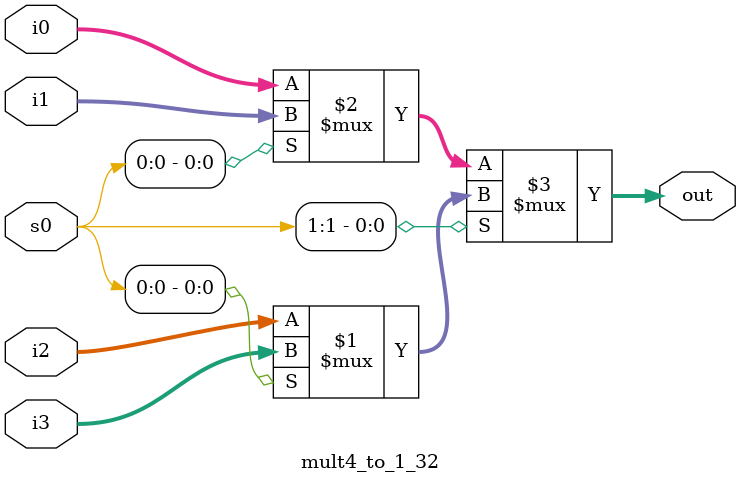
<source format=v>
module mult4_to_1_32(out, i0,i1,i2,i3,s0);
output [31:0] out;
input [31:0]i0,i1,i2,i3;
input [1:0] s0;

assign out = s0[1] ? (s0[0] ? i3 : i2) : (s0[0] ? i1 : i0);
//if( ~(s0[1]) & ~(s0[0]) ) assign out = i0;
//else if( (~s0[1]) & s0[0] ) assign out = i1;
//else if( s0[1] & (~s0[0]) ) assign out = i2;
//else assign out = i3;
endmodule

</source>
